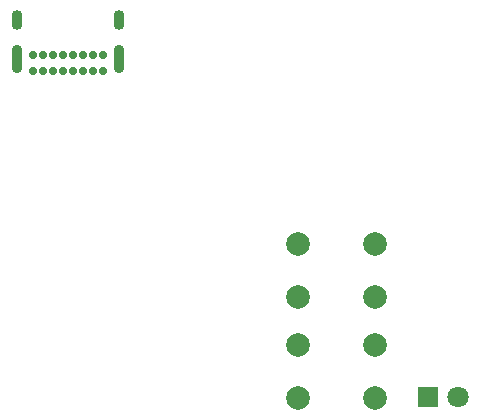
<source format=gbr>
%TF.GenerationSoftware,KiCad,Pcbnew,8.0.5*%
%TF.CreationDate,2024-12-06T12:41:15-05:00*%
%TF.ProjectId,user_interface,75736572-5f69-46e7-9465-72666163652e,rev?*%
%TF.SameCoordinates,Original*%
%TF.FileFunction,Copper,L2,Inr*%
%TF.FilePolarity,Positive*%
%FSLAX46Y46*%
G04 Gerber Fmt 4.6, Leading zero omitted, Abs format (unit mm)*
G04 Created by KiCad (PCBNEW 8.0.5) date 2024-12-06 12:41:15*
%MOMM*%
%LPD*%
G01*
G04 APERTURE LIST*
%TA.AperFunction,ComponentPad*%
%ADD10C,2.000000*%
%TD*%
%TA.AperFunction,ComponentPad*%
%ADD11C,0.700000*%
%TD*%
%TA.AperFunction,ComponentPad*%
%ADD12O,0.900000X2.400000*%
%TD*%
%TA.AperFunction,ComponentPad*%
%ADD13O,0.900000X1.700000*%
%TD*%
%TA.AperFunction,ComponentPad*%
%ADD14R,1.800000X1.800000*%
%TD*%
%TA.AperFunction,ComponentPad*%
%ADD15C,1.800000*%
%TD*%
G04 APERTURE END LIST*
D10*
%TO.N,GND*%
%TO.C,SW2*%
X133500000Y-87360000D03*
X140000000Y-87360000D03*
%TO.N,Net-(C6-+)*%
X133500000Y-91860000D03*
X140000000Y-91860000D03*
%TD*%
%TO.N,GND*%
%TO.C,SW1*%
X133500000Y-78810000D03*
X140000000Y-78810000D03*
%TO.N,Net-(C5-+)*%
X133500000Y-83310000D03*
X140000000Y-83310000D03*
%TD*%
D11*
%TO.N,GND*%
%TO.C,P1*%
X116950000Y-64160000D03*
%TO.N,5VUSB*%
X116100000Y-64160000D03*
%TO.N,unconnected-(P1-CC-PadA5)*%
X115250000Y-64160000D03*
%TO.N,USB_P*%
X114400000Y-64160000D03*
%TO.N,USB_N*%
X113550000Y-64160000D03*
%TO.N,N/C*%
X112700000Y-64160000D03*
%TO.N,5VUSB*%
X111850000Y-64160000D03*
%TO.N,GND*%
X111000000Y-64160000D03*
X111000000Y-62810000D03*
%TO.N,5VUSB*%
X111850000Y-62810000D03*
%TO.N,unconnected-(P1-VCONN-PadB5)*%
X112700000Y-62810000D03*
%TO.N,N/C*%
X113550000Y-62810000D03*
X114400000Y-62810000D03*
X115250000Y-62810000D03*
%TO.N,5VUSB*%
X116100000Y-62810000D03*
%TO.N,GND*%
X116950000Y-62810000D03*
D12*
X118300000Y-63180000D03*
D13*
X118300000Y-59800000D03*
D12*
X109650000Y-63180000D03*
D13*
X109650000Y-59800000D03*
%TD*%
D14*
%TO.N,GND*%
%TO.C,D1*%
X144500000Y-91780000D03*
D15*
%TO.N,Net-(R3-+)*%
X147040000Y-91780000D03*
%TD*%
M02*

</source>
